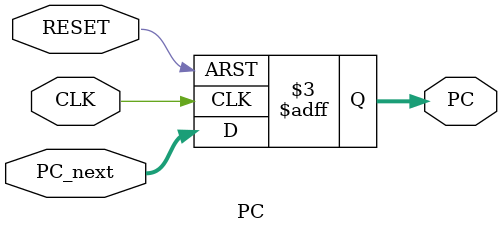
<source format=v>
module PC (
	input CLK, RESET,
	input [31:0] PC_next,
	output reg [31:0] PC
	);

always @(posedge RESET or posedge CLK) 
begin
	if (RESET == 1'b1) begin
		PC <= 32'b0;
	end
	else begin
		PC <= PC_next;
	end
	$display("________________"); //_16
	$display($time);
	//$display("______PC.v______");
	$display("Current PC: %d", PC);
end

endmodule

</source>
